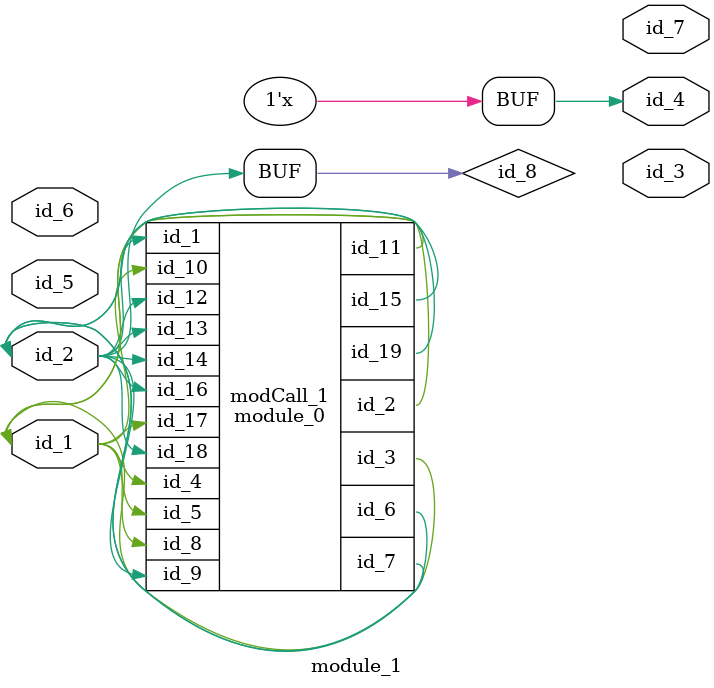
<source format=v>
module module_0 (
    id_1,
    id_2,
    id_3,
    id_4,
    id_5,
    id_6,
    id_7,
    id_8,
    id_9,
    id_10,
    id_11,
    id_12,
    id_13,
    id_14,
    id_15,
    id_16,
    id_17,
    id_18,
    id_19
);
  inout wire id_19;
  input wire id_18;
  input wire id_17;
  input wire id_16;
  inout wire id_15;
  input wire id_14;
  input wire id_13;
  input wire id_12;
  output wire id_11;
  input wire id_10;
  input wire id_9;
  input wire id_8;
  output wire id_7;
  output wire id_6;
  input wire id_5;
  input wire id_4;
  inout wire id_3;
  output wire id_2;
  input wire id_1;
  wire id_20;
  wire id_21;
  assign id_3 = id_12;
  wire id_22;
endmodule
module module_1 (
    id_1,
    id_2,
    id_3,
    id_4,
    id_5,
    id_6,
    id_7
);
  output wire id_7;
  inout wire id_6;
  input wire id_5;
  output wire id_4;
  output wire id_3;
  inout wire id_2;
  inout wire id_1;
  wire id_8;
  assign id_4 = id_6[1];
  module_0 modCall_1 (
      id_8,
      id_1,
      id_1,
      id_1,
      id_1,
      id_2,
      id_2,
      id_1,
      id_8,
      id_1,
      id_1,
      id_8,
      id_2,
      id_8,
      id_2,
      id_8,
      id_1,
      id_8,
      id_8
  );
  assign id_2 = id_8;
  `define pp_9 0
  always @(1'b0) begin : LABEL_0
    id_4 = 1'd0;
  end
  assign id_7[1] = 1;
endmodule

</source>
